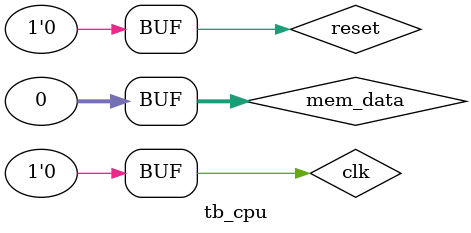
<source format=sv>

module tb_cpu;   

// vec_cpu Parameters
parameter PERIOD  = 1;


// vec_cpu Inputs
logic clk                            = 0 ;
logic reset                          = 1;
logic [15:0] instruction             ;
logic [31:0] mem_data                = 0 ;

// vec_cpu Outputs
logic wr_enable                      ;
logic [31:0] pc, cpu_addr, cpu_data;


always
	begin
	clk <= 1; # 1; clk <= 0; # 1;
end


imem inst_mem(pc,
			instruction);


vec_cpu  u_vec_cpu (
    .clk                 (  clk                  ),
    .reset                     ( reset                      ),
    .instruction  ( instruction   ),
    .mem_data     ( mem_data      ),

    .wr_enable           (wr_enable            ),
    .pc           (pc            ),
    .cpu_addr                  ( cpu_addr                   ),
    .cpu_data                  ( cpu_data                   )
);

initial
begin

    #10;
    reset=0;#10;
    // $finish;
end

endmodule
</source>
